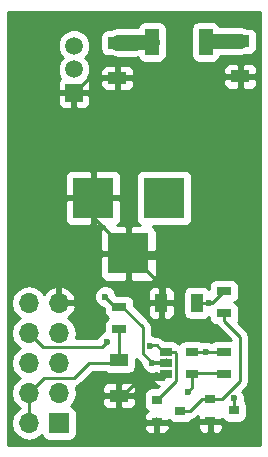
<source format=gtl>
G04 #@! TF.FileFunction,Copper,L1,Top,Signal*
%FSLAX46Y46*%
G04 Gerber Fmt 4.6, Leading zero omitted, Abs format (unit mm)*
G04 Created by KiCad (PCBNEW 4.0.7-e1-6374~58~ubuntu16.04.1) date Sun Aug 13 09:38:41 2017*
%MOMM*%
%LPD*%
G01*
G04 APERTURE LIST*
%ADD10C,0.100000*%
%ADD11R,3.500000X3.500000*%
%ADD12R,1.500000X1.500000*%
%ADD13C,1.500000*%
%ADD14R,1.600000X1.000000*%
%ADD15R,1.000000X1.600000*%
%ADD16R,1.700000X1.700000*%
%ADD17O,1.700000X1.700000*%
%ADD18R,0.900000X0.800000*%
%ADD19R,1.300000X0.700000*%
%ADD20R,1.060000X0.650000*%
%ADD21R,1.200000X2.200000*%
%ADD22R,5.800000X6.400000*%
%ADD23R,2.750000X3.050000*%
%ADD24C,0.600000*%
%ADD25C,1.270000*%
%ADD26C,0.250000*%
%ADD27C,0.254000*%
G04 APERTURE END LIST*
D10*
D11*
X166370000Y-80010000D03*
X160370000Y-80010000D03*
X163370000Y-84710000D03*
D12*
X158750000Y-71120000D03*
D13*
X158750000Y-69120000D03*
X158750000Y-67120000D03*
D14*
X172847000Y-66723000D03*
X172847000Y-69723000D03*
X162433000Y-66850000D03*
X162433000Y-69850000D03*
X162560000Y-93750000D03*
X162560000Y-96750000D03*
D15*
X169140000Y-88900000D03*
X166140000Y-88900000D03*
D16*
X157480000Y-99060000D03*
D17*
X154940000Y-99060000D03*
X157480000Y-96520000D03*
X154940000Y-96520000D03*
X157480000Y-93980000D03*
X154940000Y-93980000D03*
X157480000Y-91440000D03*
X154940000Y-91440000D03*
X157480000Y-88900000D03*
X154940000Y-88900000D03*
D18*
X170307000Y-97033000D03*
X170307000Y-98933000D03*
X172307000Y-97983000D03*
X165767000Y-97094000D03*
X165767000Y-98994000D03*
X167767000Y-98044000D03*
D19*
X162560000Y-91120000D03*
X162560000Y-89220000D03*
X171450000Y-93030000D03*
X171450000Y-94930000D03*
X171450000Y-87889000D03*
X171450000Y-89789000D03*
D20*
X166540000Y-93030000D03*
X166540000Y-93980000D03*
X166540000Y-94930000D03*
X168740000Y-94930000D03*
X168740000Y-93030000D03*
D21*
X169920000Y-66793000D03*
X165360000Y-66793000D03*
D22*
X167640000Y-73093000D03*
D23*
X166115000Y-74768000D03*
X169165000Y-71418000D03*
X169165000Y-74768000D03*
X166115000Y-71418000D03*
D24*
X171323000Y-66723000D03*
X171323000Y-66723000D03*
X163997884Y-66797282D03*
X170180000Y-88900000D03*
X169949282Y-93020546D03*
X165224325Y-92547682D03*
X161544000Y-92202000D03*
X168398877Y-96394979D03*
X172291784Y-96984849D03*
X165364518Y-93969873D03*
X161408086Y-88353255D03*
D25*
X171323000Y-66723000D02*
X169990000Y-66723000D01*
X172847000Y-66723000D02*
X171323000Y-66723000D01*
D26*
X169990000Y-66723000D02*
X169920000Y-66793000D01*
X165750740Y-99052955D02*
X170187045Y-99052955D01*
X170187045Y-99052955D02*
X170307000Y-98933000D01*
X166540000Y-94930000D02*
X166497000Y-94869000D01*
X165735000Y-98679000D02*
X165735000Y-98933000D01*
X165735000Y-98933000D02*
X165767000Y-98994000D01*
X162650000Y-96750000D02*
X162560000Y-96750000D01*
X166370000Y-95250000D02*
X166252999Y-95367001D01*
X166252999Y-95367001D02*
X164242999Y-95367001D01*
X164242999Y-95367001D02*
X162860000Y-96750000D01*
X162860000Y-96750000D02*
X162560000Y-96750000D01*
X171010000Y-69850000D02*
X171010000Y-73000000D01*
X171010000Y-73000000D02*
X170324999Y-73685001D01*
X170324999Y-73685001D02*
X170324999Y-78364999D01*
X170324999Y-78364999D02*
X171450000Y-79490000D01*
X171450000Y-79490000D02*
X171450000Y-80010000D01*
X158750000Y-71120000D02*
X160020000Y-69850000D01*
X163370000Y-84710000D02*
X163830000Y-85090000D01*
X163830000Y-85090000D02*
X160020000Y-81280000D01*
X160020000Y-81280000D02*
X160020000Y-80010000D01*
X160020000Y-80010000D02*
X160370000Y-80010000D01*
X163370000Y-84710000D02*
X163830000Y-85090000D01*
X163830000Y-85090000D02*
X166370000Y-87630000D01*
X166370000Y-87630000D02*
X166370000Y-88900000D01*
X166370000Y-88900000D02*
X166140000Y-88900000D01*
X171450000Y-85320000D02*
X171450000Y-85090000D01*
X171450000Y-85090000D02*
X163830000Y-85090000D01*
X163830000Y-85090000D02*
X163370000Y-84710000D01*
X171450000Y-80010000D02*
X172720000Y-81280000D01*
X172720000Y-81280000D02*
X172720000Y-83820000D01*
X172720000Y-83820000D02*
X171450000Y-85090000D01*
D25*
X163945166Y-66850000D02*
X163997884Y-66797282D01*
X162433000Y-66850000D02*
X163945166Y-66850000D01*
X165360000Y-66793000D02*
X162490000Y-66793000D01*
D26*
X162490000Y-66793000D02*
X162433000Y-66850000D01*
X158845000Y-69215000D02*
X158750000Y-69120000D01*
X158750000Y-68580000D02*
X158750000Y-69120000D01*
X162560000Y-93750000D02*
X162560000Y-93980000D01*
X162560000Y-93980000D02*
X160020000Y-93980000D01*
X160020000Y-93980000D02*
X158750000Y-95250000D01*
X158750000Y-95250000D02*
X156210000Y-95250000D01*
X156210000Y-95250000D02*
X154940000Y-96520000D01*
X162560000Y-93750000D02*
X162560000Y-91120000D01*
X154940000Y-96520000D02*
X154940000Y-99060000D01*
X170180000Y-88900000D02*
X170434000Y-88900000D01*
X169140000Y-88900000D02*
X170180000Y-88900000D01*
X171831000Y-93030000D02*
X169958736Y-93030000D01*
X169958736Y-93030000D02*
X169949282Y-93020546D01*
X169939828Y-93030000D02*
X169949282Y-93020546D01*
X168740000Y-93030000D02*
X169939828Y-93030000D01*
X170434000Y-88900000D02*
X171450000Y-87884000D01*
X171450000Y-87884000D02*
X171450000Y-87889000D01*
X166540000Y-93030000D02*
X167320000Y-93030000D01*
X167320000Y-93030000D02*
X167395001Y-93105001D01*
X167395001Y-93105001D02*
X167395001Y-95515999D01*
X167395001Y-95515999D02*
X165817000Y-97094000D01*
X165817000Y-97094000D02*
X165767000Y-97094000D01*
X165317007Y-92455000D02*
X165224325Y-92547682D01*
X165760000Y-92455000D02*
X165317007Y-92455000D01*
X166540000Y-93030000D02*
X166335000Y-93030000D01*
X166335000Y-93030000D02*
X165760000Y-92455000D01*
X161544000Y-92202000D02*
X161130999Y-92615001D01*
X161130999Y-92615001D02*
X156115001Y-92615001D01*
X156115001Y-92615001D02*
X154940000Y-91440000D01*
X168740000Y-96053856D02*
X168398877Y-96394979D01*
X168740000Y-94930000D02*
X168740000Y-96053856D01*
X168740000Y-94930000D02*
X168783000Y-94869000D01*
X168783000Y-94869000D02*
X171831000Y-94869000D01*
X171831000Y-94869000D02*
X171831000Y-94930000D01*
X172307000Y-97000065D02*
X172291784Y-96984849D01*
X172307000Y-97983000D02*
X172307000Y-97000065D01*
X166440559Y-93969873D02*
X165364518Y-93969873D01*
X166555420Y-93855012D02*
X166440559Y-93969873D01*
X162560000Y-89220000D02*
X162860000Y-89220000D01*
X162860000Y-89220000D02*
X164599324Y-90959324D01*
X166540000Y-93870432D02*
X166555420Y-93855012D01*
X164599324Y-93160582D02*
X165293754Y-93855012D01*
X166540000Y-93980000D02*
X166540000Y-93870432D01*
X164599324Y-90959324D02*
X164599324Y-93160582D01*
X165293754Y-93855012D02*
X166555420Y-93855012D01*
X166540000Y-93980000D02*
X166540000Y-93680001D01*
X162260000Y-89220000D02*
X161408086Y-88368086D01*
X161408086Y-88368086D02*
X161408086Y-88353255D01*
X162560000Y-89220000D02*
X162260000Y-89220000D01*
X171450000Y-89789000D02*
X171450000Y-90389000D01*
X171450000Y-90389000D02*
X172806001Y-91745001D01*
X172806001Y-91745001D02*
X172806001Y-95540001D01*
X172806001Y-95540001D02*
X171313002Y-97033000D01*
X171313002Y-97033000D02*
X170307000Y-97033000D01*
X170307000Y-97033000D02*
X170357000Y-97033000D01*
X168596000Y-98044000D02*
X167767000Y-98044000D01*
X169607000Y-97033000D02*
X168596000Y-98044000D01*
X170307000Y-97033000D02*
X169607000Y-97033000D01*
D27*
G36*
X174498000Y-100890000D02*
X153162000Y-100890000D01*
X153162000Y-88900000D01*
X153425907Y-88900000D01*
X153538946Y-89468285D01*
X153860853Y-89950054D01*
X154190026Y-90170000D01*
X153860853Y-90389946D01*
X153538946Y-90871715D01*
X153425907Y-91440000D01*
X153538946Y-92008285D01*
X153860853Y-92490054D01*
X154190026Y-92710000D01*
X153860853Y-92929946D01*
X153538946Y-93411715D01*
X153425907Y-93980000D01*
X153538946Y-94548285D01*
X153860853Y-95030054D01*
X154190026Y-95250000D01*
X153860853Y-95469946D01*
X153538946Y-95951715D01*
X153425907Y-96520000D01*
X153538946Y-97088285D01*
X153860853Y-97570054D01*
X154180000Y-97783301D01*
X154180000Y-97796699D01*
X153860853Y-98009946D01*
X153538946Y-98491715D01*
X153425907Y-99060000D01*
X153538946Y-99628285D01*
X153860853Y-100110054D01*
X154342622Y-100431961D01*
X154910907Y-100545000D01*
X154969093Y-100545000D01*
X155537378Y-100431961D01*
X156019147Y-100110054D01*
X156019971Y-100108821D01*
X156026838Y-100145317D01*
X156165910Y-100361441D01*
X156378110Y-100506431D01*
X156630000Y-100557440D01*
X158330000Y-100557440D01*
X158565317Y-100513162D01*
X158781441Y-100374090D01*
X158926431Y-100161890D01*
X158977440Y-99910000D01*
X158977440Y-99279750D01*
X164682000Y-99279750D01*
X164682000Y-99520310D01*
X164778673Y-99753699D01*
X164957302Y-99932327D01*
X165190691Y-100029000D01*
X165481250Y-100029000D01*
X165640000Y-99870250D01*
X165640000Y-99121000D01*
X165894000Y-99121000D01*
X165894000Y-99870250D01*
X166052750Y-100029000D01*
X166343309Y-100029000D01*
X166576698Y-99932327D01*
X166755327Y-99753699D01*
X166852000Y-99520310D01*
X166852000Y-99279750D01*
X166791000Y-99218750D01*
X169222000Y-99218750D01*
X169222000Y-99459310D01*
X169318673Y-99692699D01*
X169497302Y-99871327D01*
X169730691Y-99968000D01*
X170021250Y-99968000D01*
X170180000Y-99809250D01*
X170180000Y-99060000D01*
X170434000Y-99060000D01*
X170434000Y-99809250D01*
X170592750Y-99968000D01*
X170883309Y-99968000D01*
X171116698Y-99871327D01*
X171295327Y-99692699D01*
X171392000Y-99459310D01*
X171392000Y-99218750D01*
X171233250Y-99060000D01*
X170434000Y-99060000D01*
X170180000Y-99060000D01*
X169380750Y-99060000D01*
X169222000Y-99218750D01*
X166791000Y-99218750D01*
X166693250Y-99121000D01*
X165894000Y-99121000D01*
X165640000Y-99121000D01*
X164840750Y-99121000D01*
X164682000Y-99279750D01*
X158977440Y-99279750D01*
X158977440Y-98210000D01*
X158933162Y-97974683D01*
X158794090Y-97758559D01*
X158581890Y-97613569D01*
X158514459Y-97599914D01*
X158559147Y-97570054D01*
X158881054Y-97088285D01*
X158891503Y-97035750D01*
X161125000Y-97035750D01*
X161125000Y-97376309D01*
X161221673Y-97609698D01*
X161400301Y-97788327D01*
X161633690Y-97885000D01*
X162274250Y-97885000D01*
X162433000Y-97726250D01*
X162433000Y-96877000D01*
X162687000Y-96877000D01*
X162687000Y-97726250D01*
X162845750Y-97885000D01*
X163486310Y-97885000D01*
X163719699Y-97788327D01*
X163898327Y-97609698D01*
X163995000Y-97376309D01*
X163995000Y-97035750D01*
X163836250Y-96877000D01*
X162687000Y-96877000D01*
X162433000Y-96877000D01*
X161283750Y-96877000D01*
X161125000Y-97035750D01*
X158891503Y-97035750D01*
X158994093Y-96520000D01*
X158915262Y-96123691D01*
X161125000Y-96123691D01*
X161125000Y-96464250D01*
X161283750Y-96623000D01*
X162433000Y-96623000D01*
X162433000Y-95773750D01*
X162687000Y-95773750D01*
X162687000Y-96623000D01*
X163836250Y-96623000D01*
X163995000Y-96464250D01*
X163995000Y-96123691D01*
X163898327Y-95890302D01*
X163719699Y-95711673D01*
X163486310Y-95615000D01*
X162845750Y-95615000D01*
X162687000Y-95773750D01*
X162433000Y-95773750D01*
X162274250Y-95615000D01*
X161633690Y-95615000D01*
X161400301Y-95711673D01*
X161221673Y-95890302D01*
X161125000Y-96123691D01*
X158915262Y-96123691D01*
X158887218Y-95982705D01*
X159040839Y-95952148D01*
X159287401Y-95787401D01*
X160334802Y-94740000D01*
X161352343Y-94740000D01*
X161508110Y-94846431D01*
X161760000Y-94897440D01*
X163360000Y-94897440D01*
X163595317Y-94853162D01*
X163811441Y-94714090D01*
X163956431Y-94501890D01*
X164007440Y-94250000D01*
X164007440Y-93616443D01*
X164061923Y-93697983D01*
X164429434Y-94065494D01*
X164429356Y-94155040D01*
X164571401Y-94498816D01*
X164834191Y-94762065D01*
X165177719Y-94904711D01*
X165549685Y-94905035D01*
X165682854Y-94850011D01*
X165758110Y-94901431D01*
X166010000Y-94952440D01*
X166635001Y-94952440D01*
X166635001Y-95077000D01*
X166413000Y-95077000D01*
X166413000Y-95057000D01*
X165533750Y-95057000D01*
X165375000Y-95215750D01*
X165375000Y-95381310D01*
X165471673Y-95614699D01*
X165650302Y-95793327D01*
X165883691Y-95890000D01*
X165946198Y-95890000D01*
X165789638Y-96046560D01*
X165317000Y-96046560D01*
X165081683Y-96090838D01*
X164865559Y-96229910D01*
X164720569Y-96442110D01*
X164669560Y-96694000D01*
X164669560Y-97494000D01*
X164713838Y-97729317D01*
X164852910Y-97945441D01*
X164992750Y-98040990D01*
X164957302Y-98055673D01*
X164778673Y-98234301D01*
X164682000Y-98467690D01*
X164682000Y-98708250D01*
X164840750Y-98867000D01*
X165640000Y-98867000D01*
X165640000Y-98847000D01*
X165894000Y-98847000D01*
X165894000Y-98867000D01*
X166693250Y-98867000D01*
X166779262Y-98780988D01*
X166852910Y-98895441D01*
X167065110Y-99040431D01*
X167317000Y-99091440D01*
X168217000Y-99091440D01*
X168452317Y-99047162D01*
X168668441Y-98908090D01*
X168762144Y-98770952D01*
X168886839Y-98746148D01*
X169133401Y-98581401D01*
X169222000Y-98492802D01*
X169222000Y-98647250D01*
X169380750Y-98806000D01*
X170180000Y-98806000D01*
X170180000Y-98786000D01*
X170434000Y-98786000D01*
X170434000Y-98806000D01*
X171233250Y-98806000D01*
X171319262Y-98719988D01*
X171392910Y-98834441D01*
X171605110Y-98979431D01*
X171857000Y-99030440D01*
X172757000Y-99030440D01*
X172992317Y-98986162D01*
X173208441Y-98847090D01*
X173353431Y-98634890D01*
X173404440Y-98383000D01*
X173404440Y-97583000D01*
X173360162Y-97347683D01*
X173226649Y-97140199D01*
X173226946Y-96799682D01*
X173084901Y-96455906D01*
X173024952Y-96395852D01*
X173343402Y-96077402D01*
X173508149Y-95830841D01*
X173527959Y-95731250D01*
X173566001Y-95540001D01*
X173566001Y-91745001D01*
X173508149Y-91454162D01*
X173343402Y-91207600D01*
X172627531Y-90491729D01*
X172696431Y-90390890D01*
X172747440Y-90139000D01*
X172747440Y-89439000D01*
X172703162Y-89203683D01*
X172564090Y-88987559D01*
X172351890Y-88842569D01*
X172338803Y-88839919D01*
X172551441Y-88703090D01*
X172696431Y-88490890D01*
X172747440Y-88239000D01*
X172747440Y-87539000D01*
X172703162Y-87303683D01*
X172564090Y-87087559D01*
X172351890Y-86942569D01*
X172100000Y-86891560D01*
X170800000Y-86891560D01*
X170564683Y-86935838D01*
X170348559Y-87074910D01*
X170203569Y-87287110D01*
X170152560Y-87539000D01*
X170152560Y-87723884D01*
X170104090Y-87648559D01*
X169891890Y-87503569D01*
X169640000Y-87452560D01*
X168640000Y-87452560D01*
X168404683Y-87496838D01*
X168188559Y-87635910D01*
X168043569Y-87848110D01*
X167992560Y-88100000D01*
X167992560Y-89700000D01*
X168036838Y-89935317D01*
X168175910Y-90151441D01*
X168388110Y-90296431D01*
X168640000Y-90347440D01*
X169640000Y-90347440D01*
X169875317Y-90303162D01*
X170091441Y-90164090D01*
X170152560Y-90074639D01*
X170152560Y-90139000D01*
X170196838Y-90374317D01*
X170335910Y-90590441D01*
X170548110Y-90735431D01*
X170800000Y-90786440D01*
X170819080Y-90786440D01*
X170912599Y-90926401D01*
X172018758Y-92032560D01*
X170800000Y-92032560D01*
X170564683Y-92076838D01*
X170388204Y-92190399D01*
X170136081Y-92085708D01*
X169764115Y-92085384D01*
X169592025Y-92156490D01*
X169521890Y-92108569D01*
X169270000Y-92057560D01*
X168210000Y-92057560D01*
X167974683Y-92101838D01*
X167758559Y-92240910D01*
X167671472Y-92368366D01*
X167610839Y-92327852D01*
X167577648Y-92321250D01*
X167534090Y-92253559D01*
X167321890Y-92108569D01*
X167070000Y-92057560D01*
X166437362Y-92057560D01*
X166297401Y-91917599D01*
X166050839Y-91752852D01*
X165760000Y-91695000D01*
X165608977Y-91695000D01*
X165411124Y-91612844D01*
X165359324Y-91612799D01*
X165359324Y-90959324D01*
X165301472Y-90668485D01*
X165136725Y-90421923D01*
X163900552Y-89185750D01*
X165005000Y-89185750D01*
X165005000Y-89826310D01*
X165101673Y-90059699D01*
X165280302Y-90238327D01*
X165513691Y-90335000D01*
X165854250Y-90335000D01*
X166013000Y-90176250D01*
X166013000Y-89027000D01*
X166267000Y-89027000D01*
X166267000Y-90176250D01*
X166425750Y-90335000D01*
X166766309Y-90335000D01*
X166999698Y-90238327D01*
X167178327Y-90059699D01*
X167275000Y-89826310D01*
X167275000Y-89185750D01*
X167116250Y-89027000D01*
X166267000Y-89027000D01*
X166013000Y-89027000D01*
X165163750Y-89027000D01*
X165005000Y-89185750D01*
X163900552Y-89185750D01*
X163857440Y-89142638D01*
X163857440Y-88870000D01*
X163813162Y-88634683D01*
X163674090Y-88418559D01*
X163461890Y-88273569D01*
X163210000Y-88222560D01*
X162343201Y-88222560D01*
X162343248Y-88168088D01*
X162262925Y-87973690D01*
X165005000Y-87973690D01*
X165005000Y-88614250D01*
X165163750Y-88773000D01*
X166013000Y-88773000D01*
X166013000Y-87623750D01*
X166267000Y-87623750D01*
X166267000Y-88773000D01*
X167116250Y-88773000D01*
X167275000Y-88614250D01*
X167275000Y-87973690D01*
X167178327Y-87740301D01*
X166999698Y-87561673D01*
X166766309Y-87465000D01*
X166425750Y-87465000D01*
X166267000Y-87623750D01*
X166013000Y-87623750D01*
X165854250Y-87465000D01*
X165513691Y-87465000D01*
X165280302Y-87561673D01*
X165101673Y-87740301D01*
X165005000Y-87973690D01*
X162262925Y-87973690D01*
X162201203Y-87824312D01*
X161938413Y-87561063D01*
X161594885Y-87418417D01*
X161222919Y-87418093D01*
X160879143Y-87560138D01*
X160615894Y-87822928D01*
X160473248Y-88166456D01*
X160472924Y-88538422D01*
X160614969Y-88882198D01*
X160877759Y-89145447D01*
X161221287Y-89288093D01*
X161253319Y-89288121D01*
X161262560Y-89297362D01*
X161262560Y-89570000D01*
X161306838Y-89805317D01*
X161445910Y-90021441D01*
X161658110Y-90166431D01*
X161671197Y-90169081D01*
X161458559Y-90305910D01*
X161313569Y-90518110D01*
X161262560Y-90770000D01*
X161262560Y-91306617D01*
X161015057Y-91408883D01*
X160751808Y-91671673D01*
X160675683Y-91855001D01*
X158911544Y-91855001D01*
X158994093Y-91440000D01*
X158881054Y-90871715D01*
X158559147Y-90389946D01*
X158218447Y-90162298D01*
X158361358Y-90095183D01*
X158751645Y-89666924D01*
X158921476Y-89256890D01*
X158800155Y-89027000D01*
X157607000Y-89027000D01*
X157607000Y-89047000D01*
X157353000Y-89047000D01*
X157353000Y-89027000D01*
X157333000Y-89027000D01*
X157333000Y-88773000D01*
X157353000Y-88773000D01*
X157353000Y-87579181D01*
X157607000Y-87579181D01*
X157607000Y-88773000D01*
X158800155Y-88773000D01*
X158921476Y-88543110D01*
X158751645Y-88133076D01*
X158361358Y-87704817D01*
X157836892Y-87458514D01*
X157607000Y-87579181D01*
X157353000Y-87579181D01*
X157123108Y-87458514D01*
X156598642Y-87704817D01*
X156208355Y-88133076D01*
X156208345Y-88133101D01*
X156019147Y-87849946D01*
X155537378Y-87528039D01*
X154969093Y-87415000D01*
X154910907Y-87415000D01*
X154342622Y-87528039D01*
X153860853Y-87849946D01*
X153538946Y-88331715D01*
X153425907Y-88900000D01*
X153162000Y-88900000D01*
X153162000Y-84995750D01*
X160985000Y-84995750D01*
X160985000Y-86586310D01*
X161081673Y-86819699D01*
X161260302Y-86998327D01*
X161493691Y-87095000D01*
X163084250Y-87095000D01*
X163243000Y-86936250D01*
X163243000Y-84837000D01*
X163497000Y-84837000D01*
X163497000Y-86936250D01*
X163655750Y-87095000D01*
X165246309Y-87095000D01*
X165479698Y-86998327D01*
X165658327Y-86819699D01*
X165755000Y-86586310D01*
X165755000Y-84995750D01*
X165596250Y-84837000D01*
X163497000Y-84837000D01*
X163243000Y-84837000D01*
X161143750Y-84837000D01*
X160985000Y-84995750D01*
X153162000Y-84995750D01*
X153162000Y-80295750D01*
X157985000Y-80295750D01*
X157985000Y-81886310D01*
X158081673Y-82119699D01*
X158260302Y-82298327D01*
X158493691Y-82395000D01*
X160084250Y-82395000D01*
X160243000Y-82236250D01*
X160243000Y-80137000D01*
X160497000Y-80137000D01*
X160497000Y-82236250D01*
X160655750Y-82395000D01*
X161324696Y-82395000D01*
X161260302Y-82421673D01*
X161081673Y-82600301D01*
X160985000Y-82833690D01*
X160985000Y-84424250D01*
X161143750Y-84583000D01*
X163243000Y-84583000D01*
X163243000Y-82483750D01*
X163497000Y-82483750D01*
X163497000Y-84583000D01*
X165596250Y-84583000D01*
X165755000Y-84424250D01*
X165755000Y-82833690D01*
X165658327Y-82600301D01*
X165479698Y-82421673D01*
X165445337Y-82407440D01*
X168120000Y-82407440D01*
X168355317Y-82363162D01*
X168571441Y-82224090D01*
X168716431Y-82011890D01*
X168767440Y-81760000D01*
X168767440Y-78260000D01*
X168723162Y-78024683D01*
X168584090Y-77808559D01*
X168371890Y-77663569D01*
X168120000Y-77612560D01*
X164620000Y-77612560D01*
X164384683Y-77656838D01*
X164168559Y-77795910D01*
X164023569Y-78008110D01*
X163972560Y-78260000D01*
X163972560Y-81760000D01*
X164016838Y-81995317D01*
X164155910Y-82211441D01*
X164322109Y-82325000D01*
X163655750Y-82325000D01*
X163497000Y-82483750D01*
X163243000Y-82483750D01*
X163084250Y-82325000D01*
X162415304Y-82325000D01*
X162479698Y-82298327D01*
X162658327Y-82119699D01*
X162755000Y-81886310D01*
X162755000Y-80295750D01*
X162596250Y-80137000D01*
X160497000Y-80137000D01*
X160243000Y-80137000D01*
X158143750Y-80137000D01*
X157985000Y-80295750D01*
X153162000Y-80295750D01*
X153162000Y-78133690D01*
X157985000Y-78133690D01*
X157985000Y-79724250D01*
X158143750Y-79883000D01*
X160243000Y-79883000D01*
X160243000Y-77783750D01*
X160497000Y-77783750D01*
X160497000Y-79883000D01*
X162596250Y-79883000D01*
X162755000Y-79724250D01*
X162755000Y-78133690D01*
X162658327Y-77900301D01*
X162479698Y-77721673D01*
X162246309Y-77625000D01*
X160655750Y-77625000D01*
X160497000Y-77783750D01*
X160243000Y-77783750D01*
X160084250Y-77625000D01*
X158493691Y-77625000D01*
X158260302Y-77721673D01*
X158081673Y-77900301D01*
X157985000Y-78133690D01*
X153162000Y-78133690D01*
X153162000Y-71405750D01*
X157365000Y-71405750D01*
X157365000Y-71996309D01*
X157461673Y-72229698D01*
X157640301Y-72408327D01*
X157873690Y-72505000D01*
X158464250Y-72505000D01*
X158623000Y-72346250D01*
X158623000Y-71247000D01*
X158877000Y-71247000D01*
X158877000Y-72346250D01*
X159035750Y-72505000D01*
X159626310Y-72505000D01*
X159859699Y-72408327D01*
X160038327Y-72229698D01*
X160135000Y-71996309D01*
X160135000Y-71405750D01*
X159976250Y-71247000D01*
X158877000Y-71247000D01*
X158623000Y-71247000D01*
X157523750Y-71247000D01*
X157365000Y-71405750D01*
X153162000Y-71405750D01*
X153162000Y-67394285D01*
X157364760Y-67394285D01*
X157575169Y-67903515D01*
X157791313Y-68120036D01*
X157576539Y-68334436D01*
X157365241Y-68843298D01*
X157364760Y-69394285D01*
X157573207Y-69898767D01*
X157461673Y-70010302D01*
X157365000Y-70243691D01*
X157365000Y-70834250D01*
X157523750Y-70993000D01*
X158623000Y-70993000D01*
X158623000Y-70973000D01*
X158877000Y-70973000D01*
X158877000Y-70993000D01*
X159976250Y-70993000D01*
X160135000Y-70834250D01*
X160135000Y-70243691D01*
X160090290Y-70135750D01*
X160998000Y-70135750D01*
X160998000Y-70476309D01*
X161094673Y-70709698D01*
X161273301Y-70888327D01*
X161506690Y-70985000D01*
X162147250Y-70985000D01*
X162306000Y-70826250D01*
X162306000Y-69977000D01*
X162560000Y-69977000D01*
X162560000Y-70826250D01*
X162718750Y-70985000D01*
X163359310Y-70985000D01*
X163592699Y-70888327D01*
X163771327Y-70709698D01*
X163868000Y-70476309D01*
X163868000Y-70135750D01*
X163709250Y-69977000D01*
X162560000Y-69977000D01*
X162306000Y-69977000D01*
X161156750Y-69977000D01*
X160998000Y-70135750D01*
X160090290Y-70135750D01*
X160038327Y-70010302D01*
X159926433Y-69898407D01*
X159981126Y-69766691D01*
X164105000Y-69766691D01*
X164105000Y-73069309D01*
X164114813Y-73093000D01*
X164105000Y-73116691D01*
X164105000Y-76419309D01*
X164201673Y-76652698D01*
X164380301Y-76831327D01*
X164613690Y-76928000D01*
X167616310Y-76928000D01*
X167640000Y-76918187D01*
X167663690Y-76928000D01*
X170666310Y-76928000D01*
X170899699Y-76831327D01*
X171078327Y-76652698D01*
X171175000Y-76419309D01*
X171175000Y-73116691D01*
X171165187Y-73093000D01*
X171175000Y-73069309D01*
X171175000Y-70008750D01*
X171412000Y-70008750D01*
X171412000Y-70349309D01*
X171508673Y-70582698D01*
X171687301Y-70761327D01*
X171920690Y-70858000D01*
X172561250Y-70858000D01*
X172720000Y-70699250D01*
X172720000Y-69850000D01*
X172974000Y-69850000D01*
X172974000Y-70699250D01*
X173132750Y-70858000D01*
X173773310Y-70858000D01*
X174006699Y-70761327D01*
X174185327Y-70582698D01*
X174282000Y-70349309D01*
X174282000Y-70008750D01*
X174123250Y-69850000D01*
X172974000Y-69850000D01*
X172720000Y-69850000D01*
X171570750Y-69850000D01*
X171412000Y-70008750D01*
X171175000Y-70008750D01*
X171175000Y-69766691D01*
X171078327Y-69533302D01*
X170899699Y-69354673D01*
X170666310Y-69258000D01*
X167663690Y-69258000D01*
X167640000Y-69267813D01*
X167616310Y-69258000D01*
X164613690Y-69258000D01*
X164380301Y-69354673D01*
X164201673Y-69533302D01*
X164105000Y-69766691D01*
X159981126Y-69766691D01*
X160134759Y-69396702D01*
X160134910Y-69223691D01*
X160998000Y-69223691D01*
X160998000Y-69564250D01*
X161156750Y-69723000D01*
X162306000Y-69723000D01*
X162306000Y-68873750D01*
X162560000Y-68873750D01*
X162560000Y-69723000D01*
X163709250Y-69723000D01*
X163868000Y-69564250D01*
X163868000Y-69223691D01*
X163815395Y-69096691D01*
X171412000Y-69096691D01*
X171412000Y-69437250D01*
X171570750Y-69596000D01*
X172720000Y-69596000D01*
X172720000Y-68746750D01*
X172974000Y-68746750D01*
X172974000Y-69596000D01*
X174123250Y-69596000D01*
X174282000Y-69437250D01*
X174282000Y-69096691D01*
X174185327Y-68863302D01*
X174006699Y-68684673D01*
X173773310Y-68588000D01*
X173132750Y-68588000D01*
X172974000Y-68746750D01*
X172720000Y-68746750D01*
X172561250Y-68588000D01*
X171920690Y-68588000D01*
X171687301Y-68684673D01*
X171508673Y-68863302D01*
X171412000Y-69096691D01*
X163815395Y-69096691D01*
X163771327Y-68990302D01*
X163592699Y-68811673D01*
X163359310Y-68715000D01*
X162718750Y-68715000D01*
X162560000Y-68873750D01*
X162306000Y-68873750D01*
X162147250Y-68715000D01*
X161506690Y-68715000D01*
X161273301Y-68811673D01*
X161094673Y-68990302D01*
X160998000Y-69223691D01*
X160134910Y-69223691D01*
X160135240Y-68845715D01*
X159924831Y-68336485D01*
X159708687Y-68119964D01*
X159923461Y-67905564D01*
X160134759Y-67396702D01*
X160135240Y-66845715D01*
X159930416Y-66350000D01*
X160985560Y-66350000D01*
X160985560Y-67350000D01*
X161029838Y-67585317D01*
X161168910Y-67801441D01*
X161381110Y-67946431D01*
X161633000Y-67997440D01*
X161908249Y-67997440D01*
X161946992Y-68023327D01*
X162433000Y-68120000D01*
X163945161Y-68120000D01*
X163945166Y-68120001D01*
X164147693Y-68079715D01*
X164156838Y-68128317D01*
X164295910Y-68344441D01*
X164508110Y-68489431D01*
X164760000Y-68540440D01*
X165960000Y-68540440D01*
X166195317Y-68496162D01*
X166411441Y-68357090D01*
X166556431Y-68144890D01*
X166607440Y-67893000D01*
X166607440Y-66906417D01*
X166630000Y-66793000D01*
X166607440Y-66679583D01*
X166607440Y-65693000D01*
X168672560Y-65693000D01*
X168672560Y-67893000D01*
X168716838Y-68128317D01*
X168855910Y-68344441D01*
X169068110Y-68489431D01*
X169320000Y-68540440D01*
X170520000Y-68540440D01*
X170755317Y-68496162D01*
X170971441Y-68357090D01*
X171116431Y-68144890D01*
X171147189Y-67993000D01*
X172847000Y-67993000D01*
X173333008Y-67896327D01*
X173371751Y-67870440D01*
X173647000Y-67870440D01*
X173882317Y-67826162D01*
X174098441Y-67687090D01*
X174243431Y-67474890D01*
X174294440Y-67223000D01*
X174294440Y-66223000D01*
X174250162Y-65987683D01*
X174111090Y-65771559D01*
X173898890Y-65626569D01*
X173647000Y-65575560D01*
X173371751Y-65575560D01*
X173333008Y-65549673D01*
X172847000Y-65453000D01*
X171120149Y-65453000D01*
X170984090Y-65241559D01*
X170771890Y-65096569D01*
X170520000Y-65045560D01*
X169320000Y-65045560D01*
X169084683Y-65089838D01*
X168868559Y-65228910D01*
X168723569Y-65441110D01*
X168672560Y-65693000D01*
X166607440Y-65693000D01*
X166563162Y-65457683D01*
X166424090Y-65241559D01*
X166211890Y-65096569D01*
X165960000Y-65045560D01*
X164760000Y-65045560D01*
X164524683Y-65089838D01*
X164308559Y-65228910D01*
X164163569Y-65441110D01*
X164146986Y-65523000D01*
X162490000Y-65523000D01*
X162003992Y-65619673D01*
X161879943Y-65702560D01*
X161633000Y-65702560D01*
X161397683Y-65746838D01*
X161181559Y-65885910D01*
X161036569Y-66098110D01*
X160985560Y-66350000D01*
X159930416Y-66350000D01*
X159924831Y-66336485D01*
X159535564Y-65946539D01*
X159026702Y-65735241D01*
X158475715Y-65734760D01*
X157966485Y-65945169D01*
X157576539Y-66334436D01*
X157365241Y-66843298D01*
X157364760Y-67394285D01*
X153162000Y-67394285D01*
X153162000Y-64262000D01*
X174498000Y-64262000D01*
X174498000Y-100890000D01*
X174498000Y-100890000D01*
G37*
X174498000Y-100890000D02*
X153162000Y-100890000D01*
X153162000Y-88900000D01*
X153425907Y-88900000D01*
X153538946Y-89468285D01*
X153860853Y-89950054D01*
X154190026Y-90170000D01*
X153860853Y-90389946D01*
X153538946Y-90871715D01*
X153425907Y-91440000D01*
X153538946Y-92008285D01*
X153860853Y-92490054D01*
X154190026Y-92710000D01*
X153860853Y-92929946D01*
X153538946Y-93411715D01*
X153425907Y-93980000D01*
X153538946Y-94548285D01*
X153860853Y-95030054D01*
X154190026Y-95250000D01*
X153860853Y-95469946D01*
X153538946Y-95951715D01*
X153425907Y-96520000D01*
X153538946Y-97088285D01*
X153860853Y-97570054D01*
X154180000Y-97783301D01*
X154180000Y-97796699D01*
X153860853Y-98009946D01*
X153538946Y-98491715D01*
X153425907Y-99060000D01*
X153538946Y-99628285D01*
X153860853Y-100110054D01*
X154342622Y-100431961D01*
X154910907Y-100545000D01*
X154969093Y-100545000D01*
X155537378Y-100431961D01*
X156019147Y-100110054D01*
X156019971Y-100108821D01*
X156026838Y-100145317D01*
X156165910Y-100361441D01*
X156378110Y-100506431D01*
X156630000Y-100557440D01*
X158330000Y-100557440D01*
X158565317Y-100513162D01*
X158781441Y-100374090D01*
X158926431Y-100161890D01*
X158977440Y-99910000D01*
X158977440Y-99279750D01*
X164682000Y-99279750D01*
X164682000Y-99520310D01*
X164778673Y-99753699D01*
X164957302Y-99932327D01*
X165190691Y-100029000D01*
X165481250Y-100029000D01*
X165640000Y-99870250D01*
X165640000Y-99121000D01*
X165894000Y-99121000D01*
X165894000Y-99870250D01*
X166052750Y-100029000D01*
X166343309Y-100029000D01*
X166576698Y-99932327D01*
X166755327Y-99753699D01*
X166852000Y-99520310D01*
X166852000Y-99279750D01*
X166791000Y-99218750D01*
X169222000Y-99218750D01*
X169222000Y-99459310D01*
X169318673Y-99692699D01*
X169497302Y-99871327D01*
X169730691Y-99968000D01*
X170021250Y-99968000D01*
X170180000Y-99809250D01*
X170180000Y-99060000D01*
X170434000Y-99060000D01*
X170434000Y-99809250D01*
X170592750Y-99968000D01*
X170883309Y-99968000D01*
X171116698Y-99871327D01*
X171295327Y-99692699D01*
X171392000Y-99459310D01*
X171392000Y-99218750D01*
X171233250Y-99060000D01*
X170434000Y-99060000D01*
X170180000Y-99060000D01*
X169380750Y-99060000D01*
X169222000Y-99218750D01*
X166791000Y-99218750D01*
X166693250Y-99121000D01*
X165894000Y-99121000D01*
X165640000Y-99121000D01*
X164840750Y-99121000D01*
X164682000Y-99279750D01*
X158977440Y-99279750D01*
X158977440Y-98210000D01*
X158933162Y-97974683D01*
X158794090Y-97758559D01*
X158581890Y-97613569D01*
X158514459Y-97599914D01*
X158559147Y-97570054D01*
X158881054Y-97088285D01*
X158891503Y-97035750D01*
X161125000Y-97035750D01*
X161125000Y-97376309D01*
X161221673Y-97609698D01*
X161400301Y-97788327D01*
X161633690Y-97885000D01*
X162274250Y-97885000D01*
X162433000Y-97726250D01*
X162433000Y-96877000D01*
X162687000Y-96877000D01*
X162687000Y-97726250D01*
X162845750Y-97885000D01*
X163486310Y-97885000D01*
X163719699Y-97788327D01*
X163898327Y-97609698D01*
X163995000Y-97376309D01*
X163995000Y-97035750D01*
X163836250Y-96877000D01*
X162687000Y-96877000D01*
X162433000Y-96877000D01*
X161283750Y-96877000D01*
X161125000Y-97035750D01*
X158891503Y-97035750D01*
X158994093Y-96520000D01*
X158915262Y-96123691D01*
X161125000Y-96123691D01*
X161125000Y-96464250D01*
X161283750Y-96623000D01*
X162433000Y-96623000D01*
X162433000Y-95773750D01*
X162687000Y-95773750D01*
X162687000Y-96623000D01*
X163836250Y-96623000D01*
X163995000Y-96464250D01*
X163995000Y-96123691D01*
X163898327Y-95890302D01*
X163719699Y-95711673D01*
X163486310Y-95615000D01*
X162845750Y-95615000D01*
X162687000Y-95773750D01*
X162433000Y-95773750D01*
X162274250Y-95615000D01*
X161633690Y-95615000D01*
X161400301Y-95711673D01*
X161221673Y-95890302D01*
X161125000Y-96123691D01*
X158915262Y-96123691D01*
X158887218Y-95982705D01*
X159040839Y-95952148D01*
X159287401Y-95787401D01*
X160334802Y-94740000D01*
X161352343Y-94740000D01*
X161508110Y-94846431D01*
X161760000Y-94897440D01*
X163360000Y-94897440D01*
X163595317Y-94853162D01*
X163811441Y-94714090D01*
X163956431Y-94501890D01*
X164007440Y-94250000D01*
X164007440Y-93616443D01*
X164061923Y-93697983D01*
X164429434Y-94065494D01*
X164429356Y-94155040D01*
X164571401Y-94498816D01*
X164834191Y-94762065D01*
X165177719Y-94904711D01*
X165549685Y-94905035D01*
X165682854Y-94850011D01*
X165758110Y-94901431D01*
X166010000Y-94952440D01*
X166635001Y-94952440D01*
X166635001Y-95077000D01*
X166413000Y-95077000D01*
X166413000Y-95057000D01*
X165533750Y-95057000D01*
X165375000Y-95215750D01*
X165375000Y-95381310D01*
X165471673Y-95614699D01*
X165650302Y-95793327D01*
X165883691Y-95890000D01*
X165946198Y-95890000D01*
X165789638Y-96046560D01*
X165317000Y-96046560D01*
X165081683Y-96090838D01*
X164865559Y-96229910D01*
X164720569Y-96442110D01*
X164669560Y-96694000D01*
X164669560Y-97494000D01*
X164713838Y-97729317D01*
X164852910Y-97945441D01*
X164992750Y-98040990D01*
X164957302Y-98055673D01*
X164778673Y-98234301D01*
X164682000Y-98467690D01*
X164682000Y-98708250D01*
X164840750Y-98867000D01*
X165640000Y-98867000D01*
X165640000Y-98847000D01*
X165894000Y-98847000D01*
X165894000Y-98867000D01*
X166693250Y-98867000D01*
X166779262Y-98780988D01*
X166852910Y-98895441D01*
X167065110Y-99040431D01*
X167317000Y-99091440D01*
X168217000Y-99091440D01*
X168452317Y-99047162D01*
X168668441Y-98908090D01*
X168762144Y-98770952D01*
X168886839Y-98746148D01*
X169133401Y-98581401D01*
X169222000Y-98492802D01*
X169222000Y-98647250D01*
X169380750Y-98806000D01*
X170180000Y-98806000D01*
X170180000Y-98786000D01*
X170434000Y-98786000D01*
X170434000Y-98806000D01*
X171233250Y-98806000D01*
X171319262Y-98719988D01*
X171392910Y-98834441D01*
X171605110Y-98979431D01*
X171857000Y-99030440D01*
X172757000Y-99030440D01*
X172992317Y-98986162D01*
X173208441Y-98847090D01*
X173353431Y-98634890D01*
X173404440Y-98383000D01*
X173404440Y-97583000D01*
X173360162Y-97347683D01*
X173226649Y-97140199D01*
X173226946Y-96799682D01*
X173084901Y-96455906D01*
X173024952Y-96395852D01*
X173343402Y-96077402D01*
X173508149Y-95830841D01*
X173527959Y-95731250D01*
X173566001Y-95540001D01*
X173566001Y-91745001D01*
X173508149Y-91454162D01*
X173343402Y-91207600D01*
X172627531Y-90491729D01*
X172696431Y-90390890D01*
X172747440Y-90139000D01*
X172747440Y-89439000D01*
X172703162Y-89203683D01*
X172564090Y-88987559D01*
X172351890Y-88842569D01*
X172338803Y-88839919D01*
X172551441Y-88703090D01*
X172696431Y-88490890D01*
X172747440Y-88239000D01*
X172747440Y-87539000D01*
X172703162Y-87303683D01*
X172564090Y-87087559D01*
X172351890Y-86942569D01*
X172100000Y-86891560D01*
X170800000Y-86891560D01*
X170564683Y-86935838D01*
X170348559Y-87074910D01*
X170203569Y-87287110D01*
X170152560Y-87539000D01*
X170152560Y-87723884D01*
X170104090Y-87648559D01*
X169891890Y-87503569D01*
X169640000Y-87452560D01*
X168640000Y-87452560D01*
X168404683Y-87496838D01*
X168188559Y-87635910D01*
X168043569Y-87848110D01*
X167992560Y-88100000D01*
X167992560Y-89700000D01*
X168036838Y-89935317D01*
X168175910Y-90151441D01*
X168388110Y-90296431D01*
X168640000Y-90347440D01*
X169640000Y-90347440D01*
X169875317Y-90303162D01*
X170091441Y-90164090D01*
X170152560Y-90074639D01*
X170152560Y-90139000D01*
X170196838Y-90374317D01*
X170335910Y-90590441D01*
X170548110Y-90735431D01*
X170800000Y-90786440D01*
X170819080Y-90786440D01*
X170912599Y-90926401D01*
X172018758Y-92032560D01*
X170800000Y-92032560D01*
X170564683Y-92076838D01*
X170388204Y-92190399D01*
X170136081Y-92085708D01*
X169764115Y-92085384D01*
X169592025Y-92156490D01*
X169521890Y-92108569D01*
X169270000Y-92057560D01*
X168210000Y-92057560D01*
X167974683Y-92101838D01*
X167758559Y-92240910D01*
X167671472Y-92368366D01*
X167610839Y-92327852D01*
X167577648Y-92321250D01*
X167534090Y-92253559D01*
X167321890Y-92108569D01*
X167070000Y-92057560D01*
X166437362Y-92057560D01*
X166297401Y-91917599D01*
X166050839Y-91752852D01*
X165760000Y-91695000D01*
X165608977Y-91695000D01*
X165411124Y-91612844D01*
X165359324Y-91612799D01*
X165359324Y-90959324D01*
X165301472Y-90668485D01*
X165136725Y-90421923D01*
X163900552Y-89185750D01*
X165005000Y-89185750D01*
X165005000Y-89826310D01*
X165101673Y-90059699D01*
X165280302Y-90238327D01*
X165513691Y-90335000D01*
X165854250Y-90335000D01*
X166013000Y-90176250D01*
X166013000Y-89027000D01*
X166267000Y-89027000D01*
X166267000Y-90176250D01*
X166425750Y-90335000D01*
X166766309Y-90335000D01*
X166999698Y-90238327D01*
X167178327Y-90059699D01*
X167275000Y-89826310D01*
X167275000Y-89185750D01*
X167116250Y-89027000D01*
X166267000Y-89027000D01*
X166013000Y-89027000D01*
X165163750Y-89027000D01*
X165005000Y-89185750D01*
X163900552Y-89185750D01*
X163857440Y-89142638D01*
X163857440Y-88870000D01*
X163813162Y-88634683D01*
X163674090Y-88418559D01*
X163461890Y-88273569D01*
X163210000Y-88222560D01*
X162343201Y-88222560D01*
X162343248Y-88168088D01*
X162262925Y-87973690D01*
X165005000Y-87973690D01*
X165005000Y-88614250D01*
X165163750Y-88773000D01*
X166013000Y-88773000D01*
X166013000Y-87623750D01*
X166267000Y-87623750D01*
X166267000Y-88773000D01*
X167116250Y-88773000D01*
X167275000Y-88614250D01*
X167275000Y-87973690D01*
X167178327Y-87740301D01*
X166999698Y-87561673D01*
X166766309Y-87465000D01*
X166425750Y-87465000D01*
X166267000Y-87623750D01*
X166013000Y-87623750D01*
X165854250Y-87465000D01*
X165513691Y-87465000D01*
X165280302Y-87561673D01*
X165101673Y-87740301D01*
X165005000Y-87973690D01*
X162262925Y-87973690D01*
X162201203Y-87824312D01*
X161938413Y-87561063D01*
X161594885Y-87418417D01*
X161222919Y-87418093D01*
X160879143Y-87560138D01*
X160615894Y-87822928D01*
X160473248Y-88166456D01*
X160472924Y-88538422D01*
X160614969Y-88882198D01*
X160877759Y-89145447D01*
X161221287Y-89288093D01*
X161253319Y-89288121D01*
X161262560Y-89297362D01*
X161262560Y-89570000D01*
X161306838Y-89805317D01*
X161445910Y-90021441D01*
X161658110Y-90166431D01*
X161671197Y-90169081D01*
X161458559Y-90305910D01*
X161313569Y-90518110D01*
X161262560Y-90770000D01*
X161262560Y-91306617D01*
X161015057Y-91408883D01*
X160751808Y-91671673D01*
X160675683Y-91855001D01*
X158911544Y-91855001D01*
X158994093Y-91440000D01*
X158881054Y-90871715D01*
X158559147Y-90389946D01*
X158218447Y-90162298D01*
X158361358Y-90095183D01*
X158751645Y-89666924D01*
X158921476Y-89256890D01*
X158800155Y-89027000D01*
X157607000Y-89027000D01*
X157607000Y-89047000D01*
X157353000Y-89047000D01*
X157353000Y-89027000D01*
X157333000Y-89027000D01*
X157333000Y-88773000D01*
X157353000Y-88773000D01*
X157353000Y-87579181D01*
X157607000Y-87579181D01*
X157607000Y-88773000D01*
X158800155Y-88773000D01*
X158921476Y-88543110D01*
X158751645Y-88133076D01*
X158361358Y-87704817D01*
X157836892Y-87458514D01*
X157607000Y-87579181D01*
X157353000Y-87579181D01*
X157123108Y-87458514D01*
X156598642Y-87704817D01*
X156208355Y-88133076D01*
X156208345Y-88133101D01*
X156019147Y-87849946D01*
X155537378Y-87528039D01*
X154969093Y-87415000D01*
X154910907Y-87415000D01*
X154342622Y-87528039D01*
X153860853Y-87849946D01*
X153538946Y-88331715D01*
X153425907Y-88900000D01*
X153162000Y-88900000D01*
X153162000Y-84995750D01*
X160985000Y-84995750D01*
X160985000Y-86586310D01*
X161081673Y-86819699D01*
X161260302Y-86998327D01*
X161493691Y-87095000D01*
X163084250Y-87095000D01*
X163243000Y-86936250D01*
X163243000Y-84837000D01*
X163497000Y-84837000D01*
X163497000Y-86936250D01*
X163655750Y-87095000D01*
X165246309Y-87095000D01*
X165479698Y-86998327D01*
X165658327Y-86819699D01*
X165755000Y-86586310D01*
X165755000Y-84995750D01*
X165596250Y-84837000D01*
X163497000Y-84837000D01*
X163243000Y-84837000D01*
X161143750Y-84837000D01*
X160985000Y-84995750D01*
X153162000Y-84995750D01*
X153162000Y-80295750D01*
X157985000Y-80295750D01*
X157985000Y-81886310D01*
X158081673Y-82119699D01*
X158260302Y-82298327D01*
X158493691Y-82395000D01*
X160084250Y-82395000D01*
X160243000Y-82236250D01*
X160243000Y-80137000D01*
X160497000Y-80137000D01*
X160497000Y-82236250D01*
X160655750Y-82395000D01*
X161324696Y-82395000D01*
X161260302Y-82421673D01*
X161081673Y-82600301D01*
X160985000Y-82833690D01*
X160985000Y-84424250D01*
X161143750Y-84583000D01*
X163243000Y-84583000D01*
X163243000Y-82483750D01*
X163497000Y-82483750D01*
X163497000Y-84583000D01*
X165596250Y-84583000D01*
X165755000Y-84424250D01*
X165755000Y-82833690D01*
X165658327Y-82600301D01*
X165479698Y-82421673D01*
X165445337Y-82407440D01*
X168120000Y-82407440D01*
X168355317Y-82363162D01*
X168571441Y-82224090D01*
X168716431Y-82011890D01*
X168767440Y-81760000D01*
X168767440Y-78260000D01*
X168723162Y-78024683D01*
X168584090Y-77808559D01*
X168371890Y-77663569D01*
X168120000Y-77612560D01*
X164620000Y-77612560D01*
X164384683Y-77656838D01*
X164168559Y-77795910D01*
X164023569Y-78008110D01*
X163972560Y-78260000D01*
X163972560Y-81760000D01*
X164016838Y-81995317D01*
X164155910Y-82211441D01*
X164322109Y-82325000D01*
X163655750Y-82325000D01*
X163497000Y-82483750D01*
X163243000Y-82483750D01*
X163084250Y-82325000D01*
X162415304Y-82325000D01*
X162479698Y-82298327D01*
X162658327Y-82119699D01*
X162755000Y-81886310D01*
X162755000Y-80295750D01*
X162596250Y-80137000D01*
X160497000Y-80137000D01*
X160243000Y-80137000D01*
X158143750Y-80137000D01*
X157985000Y-80295750D01*
X153162000Y-80295750D01*
X153162000Y-78133690D01*
X157985000Y-78133690D01*
X157985000Y-79724250D01*
X158143750Y-79883000D01*
X160243000Y-79883000D01*
X160243000Y-77783750D01*
X160497000Y-77783750D01*
X160497000Y-79883000D01*
X162596250Y-79883000D01*
X162755000Y-79724250D01*
X162755000Y-78133690D01*
X162658327Y-77900301D01*
X162479698Y-77721673D01*
X162246309Y-77625000D01*
X160655750Y-77625000D01*
X160497000Y-77783750D01*
X160243000Y-77783750D01*
X160084250Y-77625000D01*
X158493691Y-77625000D01*
X158260302Y-77721673D01*
X158081673Y-77900301D01*
X157985000Y-78133690D01*
X153162000Y-78133690D01*
X153162000Y-71405750D01*
X157365000Y-71405750D01*
X157365000Y-71996309D01*
X157461673Y-72229698D01*
X157640301Y-72408327D01*
X157873690Y-72505000D01*
X158464250Y-72505000D01*
X158623000Y-72346250D01*
X158623000Y-71247000D01*
X158877000Y-71247000D01*
X158877000Y-72346250D01*
X159035750Y-72505000D01*
X159626310Y-72505000D01*
X159859699Y-72408327D01*
X160038327Y-72229698D01*
X160135000Y-71996309D01*
X160135000Y-71405750D01*
X159976250Y-71247000D01*
X158877000Y-71247000D01*
X158623000Y-71247000D01*
X157523750Y-71247000D01*
X157365000Y-71405750D01*
X153162000Y-71405750D01*
X153162000Y-67394285D01*
X157364760Y-67394285D01*
X157575169Y-67903515D01*
X157791313Y-68120036D01*
X157576539Y-68334436D01*
X157365241Y-68843298D01*
X157364760Y-69394285D01*
X157573207Y-69898767D01*
X157461673Y-70010302D01*
X157365000Y-70243691D01*
X157365000Y-70834250D01*
X157523750Y-70993000D01*
X158623000Y-70993000D01*
X158623000Y-70973000D01*
X158877000Y-70973000D01*
X158877000Y-70993000D01*
X159976250Y-70993000D01*
X160135000Y-70834250D01*
X160135000Y-70243691D01*
X160090290Y-70135750D01*
X160998000Y-70135750D01*
X160998000Y-70476309D01*
X161094673Y-70709698D01*
X161273301Y-70888327D01*
X161506690Y-70985000D01*
X162147250Y-70985000D01*
X162306000Y-70826250D01*
X162306000Y-69977000D01*
X162560000Y-69977000D01*
X162560000Y-70826250D01*
X162718750Y-70985000D01*
X163359310Y-70985000D01*
X163592699Y-70888327D01*
X163771327Y-70709698D01*
X163868000Y-70476309D01*
X163868000Y-70135750D01*
X163709250Y-69977000D01*
X162560000Y-69977000D01*
X162306000Y-69977000D01*
X161156750Y-69977000D01*
X160998000Y-70135750D01*
X160090290Y-70135750D01*
X160038327Y-70010302D01*
X159926433Y-69898407D01*
X159981126Y-69766691D01*
X164105000Y-69766691D01*
X164105000Y-73069309D01*
X164114813Y-73093000D01*
X164105000Y-73116691D01*
X164105000Y-76419309D01*
X164201673Y-76652698D01*
X164380301Y-76831327D01*
X164613690Y-76928000D01*
X167616310Y-76928000D01*
X167640000Y-76918187D01*
X167663690Y-76928000D01*
X170666310Y-76928000D01*
X170899699Y-76831327D01*
X171078327Y-76652698D01*
X171175000Y-76419309D01*
X171175000Y-73116691D01*
X171165187Y-73093000D01*
X171175000Y-73069309D01*
X171175000Y-70008750D01*
X171412000Y-70008750D01*
X171412000Y-70349309D01*
X171508673Y-70582698D01*
X171687301Y-70761327D01*
X171920690Y-70858000D01*
X172561250Y-70858000D01*
X172720000Y-70699250D01*
X172720000Y-69850000D01*
X172974000Y-69850000D01*
X172974000Y-70699250D01*
X173132750Y-70858000D01*
X173773310Y-70858000D01*
X174006699Y-70761327D01*
X174185327Y-70582698D01*
X174282000Y-70349309D01*
X174282000Y-70008750D01*
X174123250Y-69850000D01*
X172974000Y-69850000D01*
X172720000Y-69850000D01*
X171570750Y-69850000D01*
X171412000Y-70008750D01*
X171175000Y-70008750D01*
X171175000Y-69766691D01*
X171078327Y-69533302D01*
X170899699Y-69354673D01*
X170666310Y-69258000D01*
X167663690Y-69258000D01*
X167640000Y-69267813D01*
X167616310Y-69258000D01*
X164613690Y-69258000D01*
X164380301Y-69354673D01*
X164201673Y-69533302D01*
X164105000Y-69766691D01*
X159981126Y-69766691D01*
X160134759Y-69396702D01*
X160134910Y-69223691D01*
X160998000Y-69223691D01*
X160998000Y-69564250D01*
X161156750Y-69723000D01*
X162306000Y-69723000D01*
X162306000Y-68873750D01*
X162560000Y-68873750D01*
X162560000Y-69723000D01*
X163709250Y-69723000D01*
X163868000Y-69564250D01*
X163868000Y-69223691D01*
X163815395Y-69096691D01*
X171412000Y-69096691D01*
X171412000Y-69437250D01*
X171570750Y-69596000D01*
X172720000Y-69596000D01*
X172720000Y-68746750D01*
X172974000Y-68746750D01*
X172974000Y-69596000D01*
X174123250Y-69596000D01*
X174282000Y-69437250D01*
X174282000Y-69096691D01*
X174185327Y-68863302D01*
X174006699Y-68684673D01*
X173773310Y-68588000D01*
X173132750Y-68588000D01*
X172974000Y-68746750D01*
X172720000Y-68746750D01*
X172561250Y-68588000D01*
X171920690Y-68588000D01*
X171687301Y-68684673D01*
X171508673Y-68863302D01*
X171412000Y-69096691D01*
X163815395Y-69096691D01*
X163771327Y-68990302D01*
X163592699Y-68811673D01*
X163359310Y-68715000D01*
X162718750Y-68715000D01*
X162560000Y-68873750D01*
X162306000Y-68873750D01*
X162147250Y-68715000D01*
X161506690Y-68715000D01*
X161273301Y-68811673D01*
X161094673Y-68990302D01*
X160998000Y-69223691D01*
X160134910Y-69223691D01*
X160135240Y-68845715D01*
X159924831Y-68336485D01*
X159708687Y-68119964D01*
X159923461Y-67905564D01*
X160134759Y-67396702D01*
X160135240Y-66845715D01*
X159930416Y-66350000D01*
X160985560Y-66350000D01*
X160985560Y-67350000D01*
X161029838Y-67585317D01*
X161168910Y-67801441D01*
X161381110Y-67946431D01*
X161633000Y-67997440D01*
X161908249Y-67997440D01*
X161946992Y-68023327D01*
X162433000Y-68120000D01*
X163945161Y-68120000D01*
X163945166Y-68120001D01*
X164147693Y-68079715D01*
X164156838Y-68128317D01*
X164295910Y-68344441D01*
X164508110Y-68489431D01*
X164760000Y-68540440D01*
X165960000Y-68540440D01*
X166195317Y-68496162D01*
X166411441Y-68357090D01*
X166556431Y-68144890D01*
X166607440Y-67893000D01*
X166607440Y-66906417D01*
X166630000Y-66793000D01*
X166607440Y-66679583D01*
X166607440Y-65693000D01*
X168672560Y-65693000D01*
X168672560Y-67893000D01*
X168716838Y-68128317D01*
X168855910Y-68344441D01*
X169068110Y-68489431D01*
X169320000Y-68540440D01*
X170520000Y-68540440D01*
X170755317Y-68496162D01*
X170971441Y-68357090D01*
X171116431Y-68144890D01*
X171147189Y-67993000D01*
X172847000Y-67993000D01*
X173333008Y-67896327D01*
X173371751Y-67870440D01*
X173647000Y-67870440D01*
X173882317Y-67826162D01*
X174098441Y-67687090D01*
X174243431Y-67474890D01*
X174294440Y-67223000D01*
X174294440Y-66223000D01*
X174250162Y-65987683D01*
X174111090Y-65771559D01*
X173898890Y-65626569D01*
X173647000Y-65575560D01*
X173371751Y-65575560D01*
X173333008Y-65549673D01*
X172847000Y-65453000D01*
X171120149Y-65453000D01*
X170984090Y-65241559D01*
X170771890Y-65096569D01*
X170520000Y-65045560D01*
X169320000Y-65045560D01*
X169084683Y-65089838D01*
X168868559Y-65228910D01*
X168723569Y-65441110D01*
X168672560Y-65693000D01*
X166607440Y-65693000D01*
X166563162Y-65457683D01*
X166424090Y-65241559D01*
X166211890Y-65096569D01*
X165960000Y-65045560D01*
X164760000Y-65045560D01*
X164524683Y-65089838D01*
X164308559Y-65228910D01*
X164163569Y-65441110D01*
X164146986Y-65523000D01*
X162490000Y-65523000D01*
X162003992Y-65619673D01*
X161879943Y-65702560D01*
X161633000Y-65702560D01*
X161397683Y-65746838D01*
X161181559Y-65885910D01*
X161036569Y-66098110D01*
X160985560Y-66350000D01*
X159930416Y-66350000D01*
X159924831Y-66336485D01*
X159535564Y-65946539D01*
X159026702Y-65735241D01*
X158475715Y-65734760D01*
X157966485Y-65945169D01*
X157576539Y-66334436D01*
X157365241Y-66843298D01*
X157364760Y-67394285D01*
X153162000Y-67394285D01*
X153162000Y-64262000D01*
X174498000Y-64262000D01*
X174498000Y-100890000D01*
G36*
X171069000Y-69214351D02*
X171069000Y-77124767D01*
X164211000Y-77089649D01*
X164211000Y-69179233D01*
X171069000Y-69214351D01*
X171069000Y-69214351D01*
G37*
X171069000Y-69214351D02*
X171069000Y-77124767D01*
X164211000Y-77089649D01*
X164211000Y-69179233D01*
X171069000Y-69214351D01*
M02*

</source>
